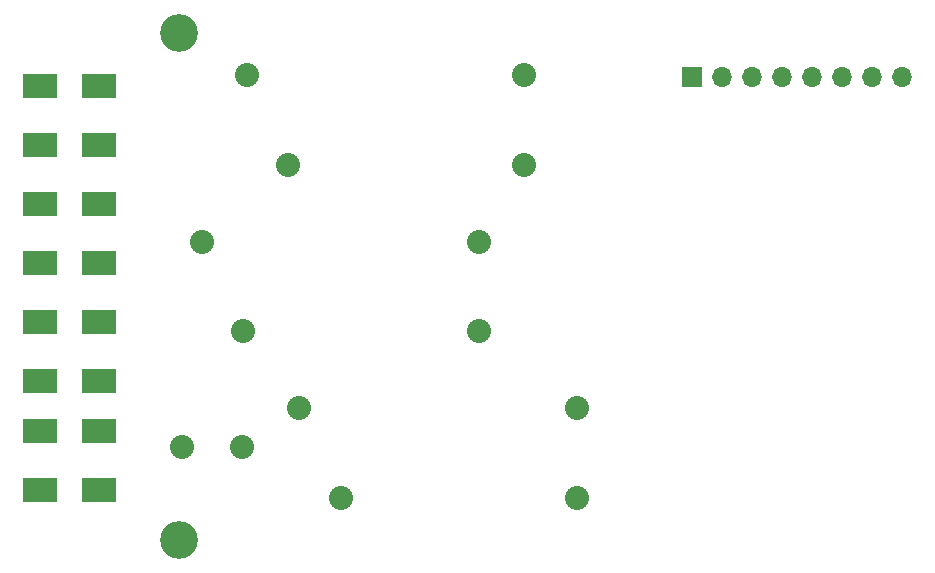
<source format=gbs>
G04 #@! TF.FileFunction,Soldermask,Bot*
%FSLAX46Y46*%
G04 Gerber Fmt 4.6, Leading zero omitted, Abs format (unit mm)*
G04 Created by KiCad (PCBNEW 4.0.2-4+6225~38~ubuntu14.04.1-stable) date Fri 27 Jan 2017 04:50:42 PM CET*
%MOMM*%
G01*
G04 APERTURE LIST*
%ADD10C,0.100000*%
%ADD11C,3.200000*%
%ADD12R,3.000000X2.000000*%
%ADD13R,1.700000X1.700000*%
%ADD14O,1.700000X1.700000*%
%ADD15C,2.032000*%
G04 APERTURE END LIST*
D10*
D11*
X53086000Y-59780000D03*
X53086000Y-102780000D03*
D12*
X41275000Y-93472000D03*
X41275000Y-98472000D03*
X46275000Y-98472000D03*
X46275000Y-93472000D03*
X41275000Y-64262000D03*
X41275000Y-69262000D03*
X41275000Y-74262000D03*
X41275000Y-79262000D03*
X41275000Y-84262000D03*
X41275000Y-89262000D03*
X46275000Y-89262000D03*
X46275000Y-84262000D03*
X46275000Y-79262000D03*
X46275000Y-74262000D03*
X46275000Y-69262000D03*
X46275000Y-64262000D03*
D13*
X96520000Y-63500000D03*
D14*
X99060000Y-63500000D03*
X101600000Y-63500000D03*
X104140000Y-63500000D03*
X106680000Y-63500000D03*
X109220000Y-63500000D03*
X111760000Y-63500000D03*
X114300000Y-63500000D03*
D15*
X82285000Y-63383000D03*
X82285000Y-70983000D03*
X62285000Y-70983000D03*
X58785000Y-63383000D03*
X78475000Y-77480000D03*
X78475000Y-85080000D03*
X58475000Y-85080000D03*
X54975000Y-77480000D03*
X86730000Y-91577000D03*
X86730000Y-99177000D03*
X66730000Y-99177000D03*
X63230000Y-91577000D03*
X53340000Y-94869000D03*
X58420000Y-94879160D03*
M02*

</source>
